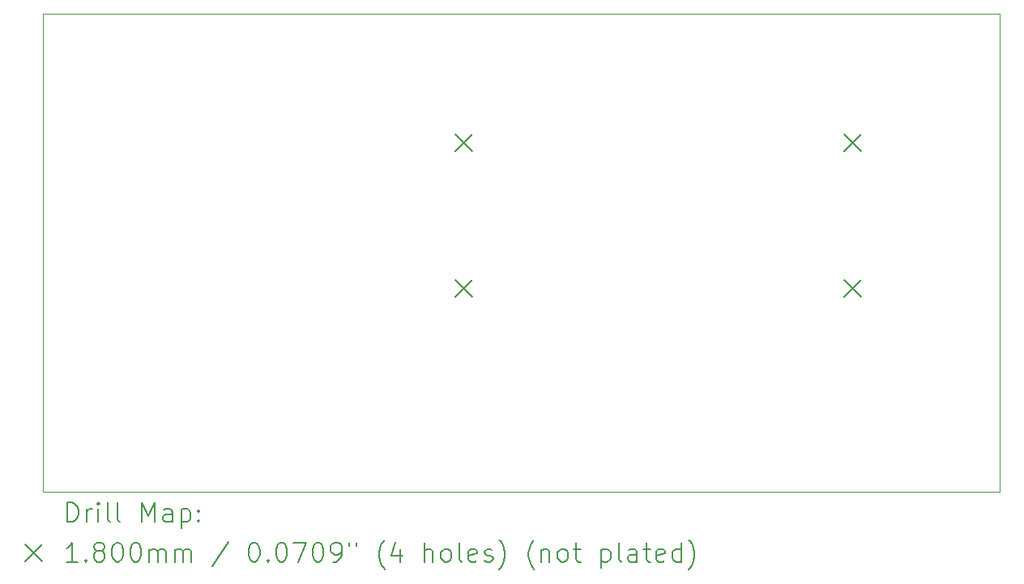
<source format=gbr>
%TF.GenerationSoftware,KiCad,Pcbnew,9.0.1+1*%
%TF.CreationDate,2025-05-09T02:34:31+00:00*%
%TF.ProjectId,modulo_seguidor,6d6f6475-6c6f-45f7-9365-677569646f72,rev?*%
%TF.SameCoordinates,Original*%
%TF.FileFunction,Drillmap*%
%TF.FilePolarity,Positive*%
%FSLAX45Y45*%
G04 Gerber Fmt 4.5, Leading zero omitted, Abs format (unit mm)*
G04 Created by KiCad (PCBNEW 9.0.1+1) date 2025-05-09 02:34:31*
%MOMM*%
%LPD*%
G01*
G04 APERTURE LIST*
%ADD10C,0.050000*%
%ADD11C,0.200000*%
%ADD12C,0.180000*%
G04 APERTURE END LIST*
D10*
X5000000Y-5000000D02*
X15000000Y-5000000D01*
X15000000Y-10000000D01*
X5000000Y-10000000D01*
X5000000Y-5000000D01*
D11*
D12*
X9308000Y-6260000D02*
X9488000Y-6440000D01*
X9488000Y-6260000D02*
X9308000Y-6440000D01*
X9308000Y-7784000D02*
X9488000Y-7964000D01*
X9488000Y-7784000D02*
X9308000Y-7964000D01*
X13372000Y-6260000D02*
X13552000Y-6440000D01*
X13552000Y-6260000D02*
X13372000Y-6440000D01*
X13372000Y-7784000D02*
X13552000Y-7964000D01*
X13552000Y-7784000D02*
X13372000Y-7964000D01*
D11*
X5258277Y-10313984D02*
X5258277Y-10113984D01*
X5258277Y-10113984D02*
X5305896Y-10113984D01*
X5305896Y-10113984D02*
X5334467Y-10123508D01*
X5334467Y-10123508D02*
X5353515Y-10142555D01*
X5353515Y-10142555D02*
X5363039Y-10161603D01*
X5363039Y-10161603D02*
X5372563Y-10199698D01*
X5372563Y-10199698D02*
X5372563Y-10228270D01*
X5372563Y-10228270D02*
X5363039Y-10266365D01*
X5363039Y-10266365D02*
X5353515Y-10285412D01*
X5353515Y-10285412D02*
X5334467Y-10304460D01*
X5334467Y-10304460D02*
X5305896Y-10313984D01*
X5305896Y-10313984D02*
X5258277Y-10313984D01*
X5458277Y-10313984D02*
X5458277Y-10180650D01*
X5458277Y-10218746D02*
X5467801Y-10199698D01*
X5467801Y-10199698D02*
X5477324Y-10190174D01*
X5477324Y-10190174D02*
X5496372Y-10180650D01*
X5496372Y-10180650D02*
X5515420Y-10180650D01*
X5582086Y-10313984D02*
X5582086Y-10180650D01*
X5582086Y-10113984D02*
X5572563Y-10123508D01*
X5572563Y-10123508D02*
X5582086Y-10133031D01*
X5582086Y-10133031D02*
X5591610Y-10123508D01*
X5591610Y-10123508D02*
X5582086Y-10113984D01*
X5582086Y-10113984D02*
X5582086Y-10133031D01*
X5705896Y-10313984D02*
X5686848Y-10304460D01*
X5686848Y-10304460D02*
X5677324Y-10285412D01*
X5677324Y-10285412D02*
X5677324Y-10113984D01*
X5810658Y-10313984D02*
X5791610Y-10304460D01*
X5791610Y-10304460D02*
X5782086Y-10285412D01*
X5782086Y-10285412D02*
X5782086Y-10113984D01*
X6039229Y-10313984D02*
X6039229Y-10113984D01*
X6039229Y-10113984D02*
X6105896Y-10256841D01*
X6105896Y-10256841D02*
X6172562Y-10113984D01*
X6172562Y-10113984D02*
X6172562Y-10313984D01*
X6353515Y-10313984D02*
X6353515Y-10209222D01*
X6353515Y-10209222D02*
X6343991Y-10190174D01*
X6343991Y-10190174D02*
X6324943Y-10180650D01*
X6324943Y-10180650D02*
X6286848Y-10180650D01*
X6286848Y-10180650D02*
X6267801Y-10190174D01*
X6353515Y-10304460D02*
X6334467Y-10313984D01*
X6334467Y-10313984D02*
X6286848Y-10313984D01*
X6286848Y-10313984D02*
X6267801Y-10304460D01*
X6267801Y-10304460D02*
X6258277Y-10285412D01*
X6258277Y-10285412D02*
X6258277Y-10266365D01*
X6258277Y-10266365D02*
X6267801Y-10247317D01*
X6267801Y-10247317D02*
X6286848Y-10237793D01*
X6286848Y-10237793D02*
X6334467Y-10237793D01*
X6334467Y-10237793D02*
X6353515Y-10228270D01*
X6448753Y-10180650D02*
X6448753Y-10380650D01*
X6448753Y-10190174D02*
X6467801Y-10180650D01*
X6467801Y-10180650D02*
X6505896Y-10180650D01*
X6505896Y-10180650D02*
X6524943Y-10190174D01*
X6524943Y-10190174D02*
X6534467Y-10199698D01*
X6534467Y-10199698D02*
X6543991Y-10218746D01*
X6543991Y-10218746D02*
X6543991Y-10275889D01*
X6543991Y-10275889D02*
X6534467Y-10294936D01*
X6534467Y-10294936D02*
X6524943Y-10304460D01*
X6524943Y-10304460D02*
X6505896Y-10313984D01*
X6505896Y-10313984D02*
X6467801Y-10313984D01*
X6467801Y-10313984D02*
X6448753Y-10304460D01*
X6629705Y-10294936D02*
X6639229Y-10304460D01*
X6639229Y-10304460D02*
X6629705Y-10313984D01*
X6629705Y-10313984D02*
X6620182Y-10304460D01*
X6620182Y-10304460D02*
X6629705Y-10294936D01*
X6629705Y-10294936D02*
X6629705Y-10313984D01*
X6629705Y-10190174D02*
X6639229Y-10199698D01*
X6639229Y-10199698D02*
X6629705Y-10209222D01*
X6629705Y-10209222D02*
X6620182Y-10199698D01*
X6620182Y-10199698D02*
X6629705Y-10190174D01*
X6629705Y-10190174D02*
X6629705Y-10209222D01*
D12*
X4817500Y-10552500D02*
X4997500Y-10732500D01*
X4997500Y-10552500D02*
X4817500Y-10732500D01*
D11*
X5363039Y-10733984D02*
X5248753Y-10733984D01*
X5305896Y-10733984D02*
X5305896Y-10533984D01*
X5305896Y-10533984D02*
X5286848Y-10562555D01*
X5286848Y-10562555D02*
X5267801Y-10581603D01*
X5267801Y-10581603D02*
X5248753Y-10591127D01*
X5448753Y-10714936D02*
X5458277Y-10724460D01*
X5458277Y-10724460D02*
X5448753Y-10733984D01*
X5448753Y-10733984D02*
X5439229Y-10724460D01*
X5439229Y-10724460D02*
X5448753Y-10714936D01*
X5448753Y-10714936D02*
X5448753Y-10733984D01*
X5572563Y-10619698D02*
X5553515Y-10610174D01*
X5553515Y-10610174D02*
X5543991Y-10600650D01*
X5543991Y-10600650D02*
X5534467Y-10581603D01*
X5534467Y-10581603D02*
X5534467Y-10572079D01*
X5534467Y-10572079D02*
X5543991Y-10553031D01*
X5543991Y-10553031D02*
X5553515Y-10543508D01*
X5553515Y-10543508D02*
X5572563Y-10533984D01*
X5572563Y-10533984D02*
X5610658Y-10533984D01*
X5610658Y-10533984D02*
X5629705Y-10543508D01*
X5629705Y-10543508D02*
X5639229Y-10553031D01*
X5639229Y-10553031D02*
X5648753Y-10572079D01*
X5648753Y-10572079D02*
X5648753Y-10581603D01*
X5648753Y-10581603D02*
X5639229Y-10600650D01*
X5639229Y-10600650D02*
X5629705Y-10610174D01*
X5629705Y-10610174D02*
X5610658Y-10619698D01*
X5610658Y-10619698D02*
X5572563Y-10619698D01*
X5572563Y-10619698D02*
X5553515Y-10629222D01*
X5553515Y-10629222D02*
X5543991Y-10638746D01*
X5543991Y-10638746D02*
X5534467Y-10657793D01*
X5534467Y-10657793D02*
X5534467Y-10695889D01*
X5534467Y-10695889D02*
X5543991Y-10714936D01*
X5543991Y-10714936D02*
X5553515Y-10724460D01*
X5553515Y-10724460D02*
X5572563Y-10733984D01*
X5572563Y-10733984D02*
X5610658Y-10733984D01*
X5610658Y-10733984D02*
X5629705Y-10724460D01*
X5629705Y-10724460D02*
X5639229Y-10714936D01*
X5639229Y-10714936D02*
X5648753Y-10695889D01*
X5648753Y-10695889D02*
X5648753Y-10657793D01*
X5648753Y-10657793D02*
X5639229Y-10638746D01*
X5639229Y-10638746D02*
X5629705Y-10629222D01*
X5629705Y-10629222D02*
X5610658Y-10619698D01*
X5772562Y-10533984D02*
X5791610Y-10533984D01*
X5791610Y-10533984D02*
X5810658Y-10543508D01*
X5810658Y-10543508D02*
X5820182Y-10553031D01*
X5820182Y-10553031D02*
X5829705Y-10572079D01*
X5829705Y-10572079D02*
X5839229Y-10610174D01*
X5839229Y-10610174D02*
X5839229Y-10657793D01*
X5839229Y-10657793D02*
X5829705Y-10695889D01*
X5829705Y-10695889D02*
X5820182Y-10714936D01*
X5820182Y-10714936D02*
X5810658Y-10724460D01*
X5810658Y-10724460D02*
X5791610Y-10733984D01*
X5791610Y-10733984D02*
X5772562Y-10733984D01*
X5772562Y-10733984D02*
X5753515Y-10724460D01*
X5753515Y-10724460D02*
X5743991Y-10714936D01*
X5743991Y-10714936D02*
X5734467Y-10695889D01*
X5734467Y-10695889D02*
X5724943Y-10657793D01*
X5724943Y-10657793D02*
X5724943Y-10610174D01*
X5724943Y-10610174D02*
X5734467Y-10572079D01*
X5734467Y-10572079D02*
X5743991Y-10553031D01*
X5743991Y-10553031D02*
X5753515Y-10543508D01*
X5753515Y-10543508D02*
X5772562Y-10533984D01*
X5963039Y-10533984D02*
X5982086Y-10533984D01*
X5982086Y-10533984D02*
X6001134Y-10543508D01*
X6001134Y-10543508D02*
X6010658Y-10553031D01*
X6010658Y-10553031D02*
X6020182Y-10572079D01*
X6020182Y-10572079D02*
X6029705Y-10610174D01*
X6029705Y-10610174D02*
X6029705Y-10657793D01*
X6029705Y-10657793D02*
X6020182Y-10695889D01*
X6020182Y-10695889D02*
X6010658Y-10714936D01*
X6010658Y-10714936D02*
X6001134Y-10724460D01*
X6001134Y-10724460D02*
X5982086Y-10733984D01*
X5982086Y-10733984D02*
X5963039Y-10733984D01*
X5963039Y-10733984D02*
X5943991Y-10724460D01*
X5943991Y-10724460D02*
X5934467Y-10714936D01*
X5934467Y-10714936D02*
X5924943Y-10695889D01*
X5924943Y-10695889D02*
X5915420Y-10657793D01*
X5915420Y-10657793D02*
X5915420Y-10610174D01*
X5915420Y-10610174D02*
X5924943Y-10572079D01*
X5924943Y-10572079D02*
X5934467Y-10553031D01*
X5934467Y-10553031D02*
X5943991Y-10543508D01*
X5943991Y-10543508D02*
X5963039Y-10533984D01*
X6115420Y-10733984D02*
X6115420Y-10600650D01*
X6115420Y-10619698D02*
X6124943Y-10610174D01*
X6124943Y-10610174D02*
X6143991Y-10600650D01*
X6143991Y-10600650D02*
X6172563Y-10600650D01*
X6172563Y-10600650D02*
X6191610Y-10610174D01*
X6191610Y-10610174D02*
X6201134Y-10629222D01*
X6201134Y-10629222D02*
X6201134Y-10733984D01*
X6201134Y-10629222D02*
X6210658Y-10610174D01*
X6210658Y-10610174D02*
X6229705Y-10600650D01*
X6229705Y-10600650D02*
X6258277Y-10600650D01*
X6258277Y-10600650D02*
X6277324Y-10610174D01*
X6277324Y-10610174D02*
X6286848Y-10629222D01*
X6286848Y-10629222D02*
X6286848Y-10733984D01*
X6382086Y-10733984D02*
X6382086Y-10600650D01*
X6382086Y-10619698D02*
X6391610Y-10610174D01*
X6391610Y-10610174D02*
X6410658Y-10600650D01*
X6410658Y-10600650D02*
X6439229Y-10600650D01*
X6439229Y-10600650D02*
X6458277Y-10610174D01*
X6458277Y-10610174D02*
X6467801Y-10629222D01*
X6467801Y-10629222D02*
X6467801Y-10733984D01*
X6467801Y-10629222D02*
X6477324Y-10610174D01*
X6477324Y-10610174D02*
X6496372Y-10600650D01*
X6496372Y-10600650D02*
X6524943Y-10600650D01*
X6524943Y-10600650D02*
X6543991Y-10610174D01*
X6543991Y-10610174D02*
X6553515Y-10629222D01*
X6553515Y-10629222D02*
X6553515Y-10733984D01*
X6943991Y-10524460D02*
X6772563Y-10781603D01*
X7201134Y-10533984D02*
X7220182Y-10533984D01*
X7220182Y-10533984D02*
X7239229Y-10543508D01*
X7239229Y-10543508D02*
X7248753Y-10553031D01*
X7248753Y-10553031D02*
X7258277Y-10572079D01*
X7258277Y-10572079D02*
X7267801Y-10610174D01*
X7267801Y-10610174D02*
X7267801Y-10657793D01*
X7267801Y-10657793D02*
X7258277Y-10695889D01*
X7258277Y-10695889D02*
X7248753Y-10714936D01*
X7248753Y-10714936D02*
X7239229Y-10724460D01*
X7239229Y-10724460D02*
X7220182Y-10733984D01*
X7220182Y-10733984D02*
X7201134Y-10733984D01*
X7201134Y-10733984D02*
X7182086Y-10724460D01*
X7182086Y-10724460D02*
X7172563Y-10714936D01*
X7172563Y-10714936D02*
X7163039Y-10695889D01*
X7163039Y-10695889D02*
X7153515Y-10657793D01*
X7153515Y-10657793D02*
X7153515Y-10610174D01*
X7153515Y-10610174D02*
X7163039Y-10572079D01*
X7163039Y-10572079D02*
X7172563Y-10553031D01*
X7172563Y-10553031D02*
X7182086Y-10543508D01*
X7182086Y-10543508D02*
X7201134Y-10533984D01*
X7353515Y-10714936D02*
X7363039Y-10724460D01*
X7363039Y-10724460D02*
X7353515Y-10733984D01*
X7353515Y-10733984D02*
X7343991Y-10724460D01*
X7343991Y-10724460D02*
X7353515Y-10714936D01*
X7353515Y-10714936D02*
X7353515Y-10733984D01*
X7486848Y-10533984D02*
X7505896Y-10533984D01*
X7505896Y-10533984D02*
X7524944Y-10543508D01*
X7524944Y-10543508D02*
X7534467Y-10553031D01*
X7534467Y-10553031D02*
X7543991Y-10572079D01*
X7543991Y-10572079D02*
X7553515Y-10610174D01*
X7553515Y-10610174D02*
X7553515Y-10657793D01*
X7553515Y-10657793D02*
X7543991Y-10695889D01*
X7543991Y-10695889D02*
X7534467Y-10714936D01*
X7534467Y-10714936D02*
X7524944Y-10724460D01*
X7524944Y-10724460D02*
X7505896Y-10733984D01*
X7505896Y-10733984D02*
X7486848Y-10733984D01*
X7486848Y-10733984D02*
X7467801Y-10724460D01*
X7467801Y-10724460D02*
X7458277Y-10714936D01*
X7458277Y-10714936D02*
X7448753Y-10695889D01*
X7448753Y-10695889D02*
X7439229Y-10657793D01*
X7439229Y-10657793D02*
X7439229Y-10610174D01*
X7439229Y-10610174D02*
X7448753Y-10572079D01*
X7448753Y-10572079D02*
X7458277Y-10553031D01*
X7458277Y-10553031D02*
X7467801Y-10543508D01*
X7467801Y-10543508D02*
X7486848Y-10533984D01*
X7620182Y-10533984D02*
X7753515Y-10533984D01*
X7753515Y-10533984D02*
X7667801Y-10733984D01*
X7867801Y-10533984D02*
X7886848Y-10533984D01*
X7886848Y-10533984D02*
X7905896Y-10543508D01*
X7905896Y-10543508D02*
X7915420Y-10553031D01*
X7915420Y-10553031D02*
X7924944Y-10572079D01*
X7924944Y-10572079D02*
X7934467Y-10610174D01*
X7934467Y-10610174D02*
X7934467Y-10657793D01*
X7934467Y-10657793D02*
X7924944Y-10695889D01*
X7924944Y-10695889D02*
X7915420Y-10714936D01*
X7915420Y-10714936D02*
X7905896Y-10724460D01*
X7905896Y-10724460D02*
X7886848Y-10733984D01*
X7886848Y-10733984D02*
X7867801Y-10733984D01*
X7867801Y-10733984D02*
X7848753Y-10724460D01*
X7848753Y-10724460D02*
X7839229Y-10714936D01*
X7839229Y-10714936D02*
X7829706Y-10695889D01*
X7829706Y-10695889D02*
X7820182Y-10657793D01*
X7820182Y-10657793D02*
X7820182Y-10610174D01*
X7820182Y-10610174D02*
X7829706Y-10572079D01*
X7829706Y-10572079D02*
X7839229Y-10553031D01*
X7839229Y-10553031D02*
X7848753Y-10543508D01*
X7848753Y-10543508D02*
X7867801Y-10533984D01*
X8029706Y-10733984D02*
X8067801Y-10733984D01*
X8067801Y-10733984D02*
X8086848Y-10724460D01*
X8086848Y-10724460D02*
X8096372Y-10714936D01*
X8096372Y-10714936D02*
X8115420Y-10686365D01*
X8115420Y-10686365D02*
X8124944Y-10648270D01*
X8124944Y-10648270D02*
X8124944Y-10572079D01*
X8124944Y-10572079D02*
X8115420Y-10553031D01*
X8115420Y-10553031D02*
X8105896Y-10543508D01*
X8105896Y-10543508D02*
X8086848Y-10533984D01*
X8086848Y-10533984D02*
X8048753Y-10533984D01*
X8048753Y-10533984D02*
X8029706Y-10543508D01*
X8029706Y-10543508D02*
X8020182Y-10553031D01*
X8020182Y-10553031D02*
X8010658Y-10572079D01*
X8010658Y-10572079D02*
X8010658Y-10619698D01*
X8010658Y-10619698D02*
X8020182Y-10638746D01*
X8020182Y-10638746D02*
X8029706Y-10648270D01*
X8029706Y-10648270D02*
X8048753Y-10657793D01*
X8048753Y-10657793D02*
X8086848Y-10657793D01*
X8086848Y-10657793D02*
X8105896Y-10648270D01*
X8105896Y-10648270D02*
X8115420Y-10638746D01*
X8115420Y-10638746D02*
X8124944Y-10619698D01*
X8201134Y-10533984D02*
X8201134Y-10572079D01*
X8277325Y-10533984D02*
X8277325Y-10572079D01*
X8572563Y-10810174D02*
X8563039Y-10800650D01*
X8563039Y-10800650D02*
X8543991Y-10772079D01*
X8543991Y-10772079D02*
X8534468Y-10753031D01*
X8534468Y-10753031D02*
X8524944Y-10724460D01*
X8524944Y-10724460D02*
X8515420Y-10676841D01*
X8515420Y-10676841D02*
X8515420Y-10638746D01*
X8515420Y-10638746D02*
X8524944Y-10591127D01*
X8524944Y-10591127D02*
X8534468Y-10562555D01*
X8534468Y-10562555D02*
X8543991Y-10543508D01*
X8543991Y-10543508D02*
X8563039Y-10514936D01*
X8563039Y-10514936D02*
X8572563Y-10505412D01*
X8734468Y-10600650D02*
X8734468Y-10733984D01*
X8686849Y-10524460D02*
X8639230Y-10667317D01*
X8639230Y-10667317D02*
X8763039Y-10667317D01*
X8991611Y-10733984D02*
X8991611Y-10533984D01*
X9077325Y-10733984D02*
X9077325Y-10629222D01*
X9077325Y-10629222D02*
X9067801Y-10610174D01*
X9067801Y-10610174D02*
X9048753Y-10600650D01*
X9048753Y-10600650D02*
X9020182Y-10600650D01*
X9020182Y-10600650D02*
X9001134Y-10610174D01*
X9001134Y-10610174D02*
X8991611Y-10619698D01*
X9201134Y-10733984D02*
X9182087Y-10724460D01*
X9182087Y-10724460D02*
X9172563Y-10714936D01*
X9172563Y-10714936D02*
X9163039Y-10695889D01*
X9163039Y-10695889D02*
X9163039Y-10638746D01*
X9163039Y-10638746D02*
X9172563Y-10619698D01*
X9172563Y-10619698D02*
X9182087Y-10610174D01*
X9182087Y-10610174D02*
X9201134Y-10600650D01*
X9201134Y-10600650D02*
X9229706Y-10600650D01*
X9229706Y-10600650D02*
X9248753Y-10610174D01*
X9248753Y-10610174D02*
X9258277Y-10619698D01*
X9258277Y-10619698D02*
X9267801Y-10638746D01*
X9267801Y-10638746D02*
X9267801Y-10695889D01*
X9267801Y-10695889D02*
X9258277Y-10714936D01*
X9258277Y-10714936D02*
X9248753Y-10724460D01*
X9248753Y-10724460D02*
X9229706Y-10733984D01*
X9229706Y-10733984D02*
X9201134Y-10733984D01*
X9382087Y-10733984D02*
X9363039Y-10724460D01*
X9363039Y-10724460D02*
X9353515Y-10705412D01*
X9353515Y-10705412D02*
X9353515Y-10533984D01*
X9534468Y-10724460D02*
X9515420Y-10733984D01*
X9515420Y-10733984D02*
X9477325Y-10733984D01*
X9477325Y-10733984D02*
X9458277Y-10724460D01*
X9458277Y-10724460D02*
X9448753Y-10705412D01*
X9448753Y-10705412D02*
X9448753Y-10629222D01*
X9448753Y-10629222D02*
X9458277Y-10610174D01*
X9458277Y-10610174D02*
X9477325Y-10600650D01*
X9477325Y-10600650D02*
X9515420Y-10600650D01*
X9515420Y-10600650D02*
X9534468Y-10610174D01*
X9534468Y-10610174D02*
X9543992Y-10629222D01*
X9543992Y-10629222D02*
X9543992Y-10648270D01*
X9543992Y-10648270D02*
X9448753Y-10667317D01*
X9620182Y-10724460D02*
X9639230Y-10733984D01*
X9639230Y-10733984D02*
X9677325Y-10733984D01*
X9677325Y-10733984D02*
X9696373Y-10724460D01*
X9696373Y-10724460D02*
X9705896Y-10705412D01*
X9705896Y-10705412D02*
X9705896Y-10695889D01*
X9705896Y-10695889D02*
X9696373Y-10676841D01*
X9696373Y-10676841D02*
X9677325Y-10667317D01*
X9677325Y-10667317D02*
X9648753Y-10667317D01*
X9648753Y-10667317D02*
X9629706Y-10657793D01*
X9629706Y-10657793D02*
X9620182Y-10638746D01*
X9620182Y-10638746D02*
X9620182Y-10629222D01*
X9620182Y-10629222D02*
X9629706Y-10610174D01*
X9629706Y-10610174D02*
X9648753Y-10600650D01*
X9648753Y-10600650D02*
X9677325Y-10600650D01*
X9677325Y-10600650D02*
X9696373Y-10610174D01*
X9772563Y-10810174D02*
X9782087Y-10800650D01*
X9782087Y-10800650D02*
X9801134Y-10772079D01*
X9801134Y-10772079D02*
X9810658Y-10753031D01*
X9810658Y-10753031D02*
X9820182Y-10724460D01*
X9820182Y-10724460D02*
X9829706Y-10676841D01*
X9829706Y-10676841D02*
X9829706Y-10638746D01*
X9829706Y-10638746D02*
X9820182Y-10591127D01*
X9820182Y-10591127D02*
X9810658Y-10562555D01*
X9810658Y-10562555D02*
X9801134Y-10543508D01*
X9801134Y-10543508D02*
X9782087Y-10514936D01*
X9782087Y-10514936D02*
X9772563Y-10505412D01*
X10134468Y-10810174D02*
X10124944Y-10800650D01*
X10124944Y-10800650D02*
X10105896Y-10772079D01*
X10105896Y-10772079D02*
X10096373Y-10753031D01*
X10096373Y-10753031D02*
X10086849Y-10724460D01*
X10086849Y-10724460D02*
X10077325Y-10676841D01*
X10077325Y-10676841D02*
X10077325Y-10638746D01*
X10077325Y-10638746D02*
X10086849Y-10591127D01*
X10086849Y-10591127D02*
X10096373Y-10562555D01*
X10096373Y-10562555D02*
X10105896Y-10543508D01*
X10105896Y-10543508D02*
X10124944Y-10514936D01*
X10124944Y-10514936D02*
X10134468Y-10505412D01*
X10210658Y-10600650D02*
X10210658Y-10733984D01*
X10210658Y-10619698D02*
X10220182Y-10610174D01*
X10220182Y-10610174D02*
X10239230Y-10600650D01*
X10239230Y-10600650D02*
X10267801Y-10600650D01*
X10267801Y-10600650D02*
X10286849Y-10610174D01*
X10286849Y-10610174D02*
X10296373Y-10629222D01*
X10296373Y-10629222D02*
X10296373Y-10733984D01*
X10420182Y-10733984D02*
X10401134Y-10724460D01*
X10401134Y-10724460D02*
X10391611Y-10714936D01*
X10391611Y-10714936D02*
X10382087Y-10695889D01*
X10382087Y-10695889D02*
X10382087Y-10638746D01*
X10382087Y-10638746D02*
X10391611Y-10619698D01*
X10391611Y-10619698D02*
X10401134Y-10610174D01*
X10401134Y-10610174D02*
X10420182Y-10600650D01*
X10420182Y-10600650D02*
X10448754Y-10600650D01*
X10448754Y-10600650D02*
X10467801Y-10610174D01*
X10467801Y-10610174D02*
X10477325Y-10619698D01*
X10477325Y-10619698D02*
X10486849Y-10638746D01*
X10486849Y-10638746D02*
X10486849Y-10695889D01*
X10486849Y-10695889D02*
X10477325Y-10714936D01*
X10477325Y-10714936D02*
X10467801Y-10724460D01*
X10467801Y-10724460D02*
X10448754Y-10733984D01*
X10448754Y-10733984D02*
X10420182Y-10733984D01*
X10543992Y-10600650D02*
X10620182Y-10600650D01*
X10572563Y-10533984D02*
X10572563Y-10705412D01*
X10572563Y-10705412D02*
X10582087Y-10724460D01*
X10582087Y-10724460D02*
X10601134Y-10733984D01*
X10601134Y-10733984D02*
X10620182Y-10733984D01*
X10839230Y-10600650D02*
X10839230Y-10800650D01*
X10839230Y-10610174D02*
X10858277Y-10600650D01*
X10858277Y-10600650D02*
X10896373Y-10600650D01*
X10896373Y-10600650D02*
X10915420Y-10610174D01*
X10915420Y-10610174D02*
X10924944Y-10619698D01*
X10924944Y-10619698D02*
X10934468Y-10638746D01*
X10934468Y-10638746D02*
X10934468Y-10695889D01*
X10934468Y-10695889D02*
X10924944Y-10714936D01*
X10924944Y-10714936D02*
X10915420Y-10724460D01*
X10915420Y-10724460D02*
X10896373Y-10733984D01*
X10896373Y-10733984D02*
X10858277Y-10733984D01*
X10858277Y-10733984D02*
X10839230Y-10724460D01*
X11048754Y-10733984D02*
X11029706Y-10724460D01*
X11029706Y-10724460D02*
X11020182Y-10705412D01*
X11020182Y-10705412D02*
X11020182Y-10533984D01*
X11210658Y-10733984D02*
X11210658Y-10629222D01*
X11210658Y-10629222D02*
X11201134Y-10610174D01*
X11201134Y-10610174D02*
X11182087Y-10600650D01*
X11182087Y-10600650D02*
X11143992Y-10600650D01*
X11143992Y-10600650D02*
X11124944Y-10610174D01*
X11210658Y-10724460D02*
X11191611Y-10733984D01*
X11191611Y-10733984D02*
X11143992Y-10733984D01*
X11143992Y-10733984D02*
X11124944Y-10724460D01*
X11124944Y-10724460D02*
X11115420Y-10705412D01*
X11115420Y-10705412D02*
X11115420Y-10686365D01*
X11115420Y-10686365D02*
X11124944Y-10667317D01*
X11124944Y-10667317D02*
X11143992Y-10657793D01*
X11143992Y-10657793D02*
X11191611Y-10657793D01*
X11191611Y-10657793D02*
X11210658Y-10648270D01*
X11277325Y-10600650D02*
X11353515Y-10600650D01*
X11305896Y-10533984D02*
X11305896Y-10705412D01*
X11305896Y-10705412D02*
X11315420Y-10724460D01*
X11315420Y-10724460D02*
X11334468Y-10733984D01*
X11334468Y-10733984D02*
X11353515Y-10733984D01*
X11496373Y-10724460D02*
X11477325Y-10733984D01*
X11477325Y-10733984D02*
X11439230Y-10733984D01*
X11439230Y-10733984D02*
X11420182Y-10724460D01*
X11420182Y-10724460D02*
X11410658Y-10705412D01*
X11410658Y-10705412D02*
X11410658Y-10629222D01*
X11410658Y-10629222D02*
X11420182Y-10610174D01*
X11420182Y-10610174D02*
X11439230Y-10600650D01*
X11439230Y-10600650D02*
X11477325Y-10600650D01*
X11477325Y-10600650D02*
X11496373Y-10610174D01*
X11496373Y-10610174D02*
X11505896Y-10629222D01*
X11505896Y-10629222D02*
X11505896Y-10648270D01*
X11505896Y-10648270D02*
X11410658Y-10667317D01*
X11677325Y-10733984D02*
X11677325Y-10533984D01*
X11677325Y-10724460D02*
X11658277Y-10733984D01*
X11658277Y-10733984D02*
X11620182Y-10733984D01*
X11620182Y-10733984D02*
X11601134Y-10724460D01*
X11601134Y-10724460D02*
X11591611Y-10714936D01*
X11591611Y-10714936D02*
X11582087Y-10695889D01*
X11582087Y-10695889D02*
X11582087Y-10638746D01*
X11582087Y-10638746D02*
X11591611Y-10619698D01*
X11591611Y-10619698D02*
X11601134Y-10610174D01*
X11601134Y-10610174D02*
X11620182Y-10600650D01*
X11620182Y-10600650D02*
X11658277Y-10600650D01*
X11658277Y-10600650D02*
X11677325Y-10610174D01*
X11753515Y-10810174D02*
X11763039Y-10800650D01*
X11763039Y-10800650D02*
X11782087Y-10772079D01*
X11782087Y-10772079D02*
X11791611Y-10753031D01*
X11791611Y-10753031D02*
X11801134Y-10724460D01*
X11801134Y-10724460D02*
X11810658Y-10676841D01*
X11810658Y-10676841D02*
X11810658Y-10638746D01*
X11810658Y-10638746D02*
X11801134Y-10591127D01*
X11801134Y-10591127D02*
X11791611Y-10562555D01*
X11791611Y-10562555D02*
X11782087Y-10543508D01*
X11782087Y-10543508D02*
X11763039Y-10514936D01*
X11763039Y-10514936D02*
X11753515Y-10505412D01*
M02*

</source>
